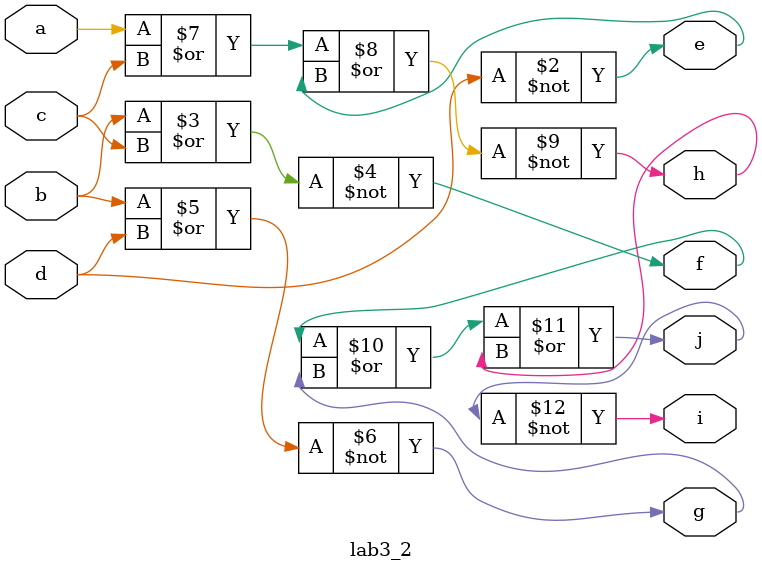
<source format=v>
module lab3_2(a,b,c,d,e,f,g,h,i,j);
input a,b,c,d;
output e,f,g,h,i,j;
nor(e,d,d);nor(f,b,c);nor(g,b,d);
nor(h,a,c,e);nor(i,f,g,h);nor(j,i,i);
endmodule

</source>
